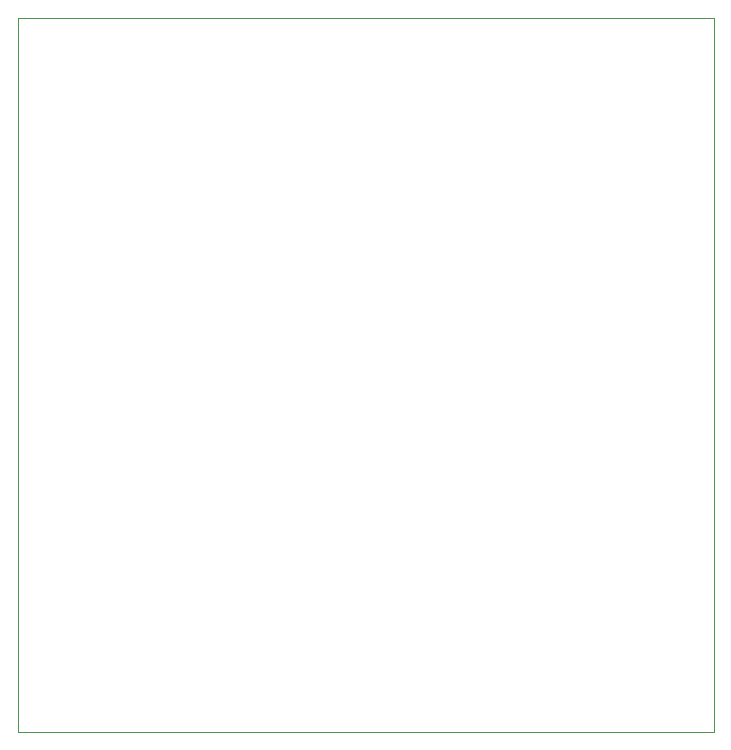
<source format=gbr>
%TF.GenerationSoftware,KiCad,Pcbnew,(6.0.9-0)*%
%TF.CreationDate,2022-11-27T21:40:56+04:00*%
%TF.ProjectId,KiCadPCB3,4b694361-6450-4434-9233-2e6b69636164,rev?*%
%TF.SameCoordinates,Original*%
%TF.FileFunction,Profile,NP*%
%FSLAX46Y46*%
G04 Gerber Fmt 4.6, Leading zero omitted, Abs format (unit mm)*
G04 Created by KiCad (PCBNEW (6.0.9-0)) date 2022-11-27 21:40:56*
%MOMM*%
%LPD*%
G01*
G04 APERTURE LIST*
%TA.AperFunction,Profile*%
%ADD10C,0.050000*%
%TD*%
G04 APERTURE END LIST*
D10*
X154940000Y-118364000D02*
X96012000Y-118364000D01*
X154940000Y-57912000D02*
X154940000Y-118364000D01*
X96012000Y-57912000D02*
X154940000Y-57912000D01*
X96012000Y-118364000D02*
X96012000Y-57912000D01*
M02*

</source>
